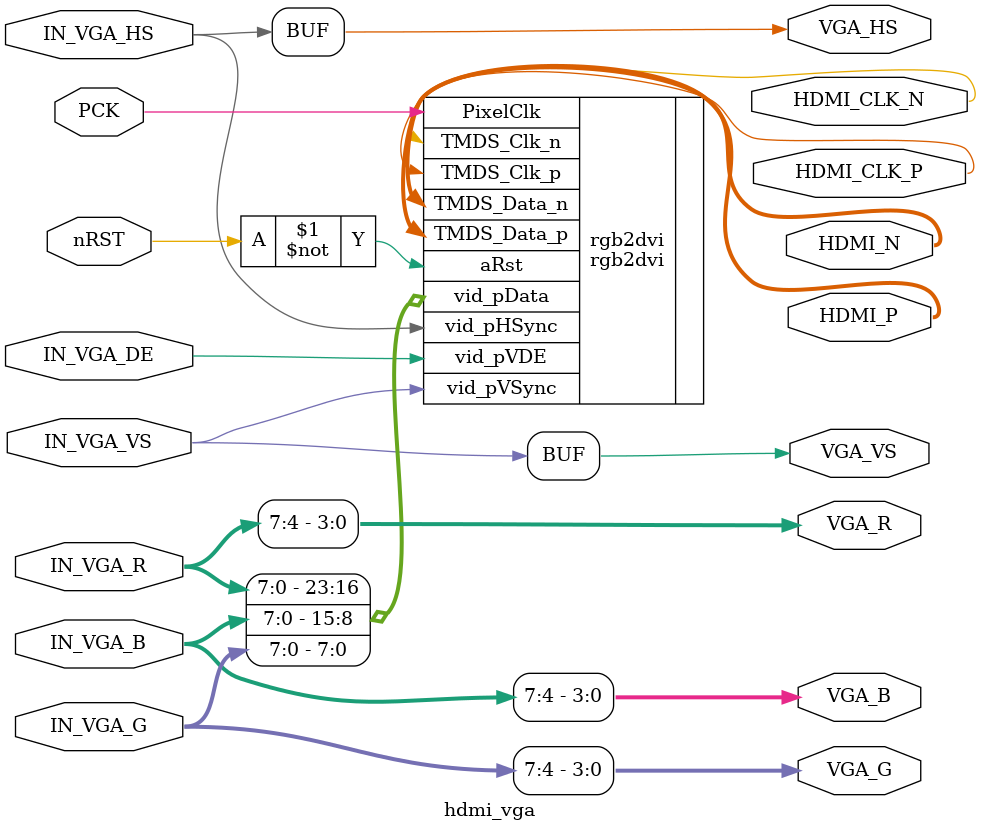
<source format=v>
/* Copyright(C) 2020 Cobac.Net All Rights Reserved. */
/* chapter: æ7Í¼          */
/* project: chardisp¼       */
/* outline: HDMI/VGAA_v^ */

module hdmi_vga #(
    parameter kClkRange = 5 // 5:VGA(25.175MHz), 2:XGA(65MHz)
)
(
    /* A_v^üÍM */
    input           nRST,   /* VXeZbgÉÚ±·éÌÅLowANeBu */
    input           PCK,
    input   [7:0]   IN_VGA_R,
    input   [7:0]   IN_VGA_G,
    input   [7:0]   IN_VGA_B,
    input           IN_VGA_HS, IN_VGA_VS,
    input           IN_VGA_DE,
    /* HDMIoÍ */
    output          HDMI_CLK_N,
    output          HDMI_CLK_P,
    output  [2:0]   HDMI_N,
    output  [2:0]   HDMI_P,
    /* VGAoÍ */
    output  [3:0]   VGA_R,
    output  [3:0]   VGA_G,
    output  [3:0]   VGA_B,
    output          VGA_HS, VGA_VS
);

/* DVIoÍIPðÚ± */
rgb2dvi #(
    .kClkPrimitive("MMCM"),
    .kClkRange  (kClkRange)
    )
  rgb2dvi (
    .PixelClk   (PCK),
    .TMDS_Clk_n (HDMI_CLK_N),
    .TMDS_Clk_p (HDMI_CLK_P),
    .TMDS_Data_n(HDMI_N),
    .TMDS_Data_p(HDMI_P),
    .aRst       (~nRST),
    .vid_pData  ({IN_VGA_R, IN_VGA_B, IN_VGA_G}),
    .vid_pHSync (IN_VGA_HS),
    .vid_pVDE   (IN_VGA_DE),
    .vid_pVSync (IN_VGA_VS)
);

/* VGAoÍðì¬ */
assign VGA_R  = IN_VGA_R[7:4];
assign VGA_G  = IN_VGA_G[7:4];
assign VGA_B  = IN_VGA_B[7:4];

assign VGA_HS = IN_VGA_HS;
assign VGA_VS = IN_VGA_VS;

endmodule

</source>
